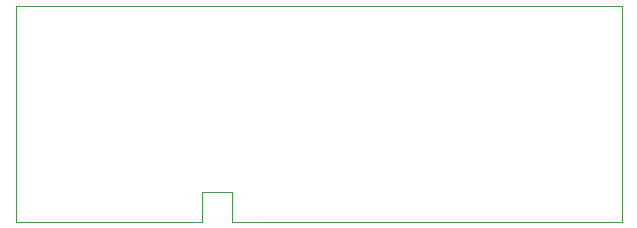
<source format=gbr>
%TF.GenerationSoftware,KiCad,Pcbnew,7.0.5*%
%TF.CreationDate,2024-02-11T15:40:35+01:00*%
%TF.ProjectId,exbike-usb-hw,65786269-6b65-42d7-9573-622d68772e6b,rev?*%
%TF.SameCoordinates,Original*%
%TF.FileFunction,Profile,NP*%
%FSLAX46Y46*%
G04 Gerber Fmt 4.6, Leading zero omitted, Abs format (unit mm)*
G04 Created by KiCad (PCBNEW 7.0.5) date 2024-02-11 15:40:35*
%MOMM*%
%LPD*%
G01*
G04 APERTURE LIST*
%TA.AperFunction,Profile*%
%ADD10C,0.100000*%
%TD*%
G04 APERTURE END LIST*
D10*
X51943000Y762000D02*
X51943000Y19050000D01*
X18923000Y762000D02*
X18923000Y3302000D01*
X51943000Y19050000D02*
X635000Y19050000D01*
X18923000Y762000D02*
X51943000Y762000D01*
X635000Y762000D02*
X16383000Y762000D01*
X635000Y19050000D02*
X635000Y762000D01*
X18923000Y3302000D02*
X16383000Y3302000D01*
X16383000Y3302000D02*
X16383000Y762000D01*
M02*

</source>
